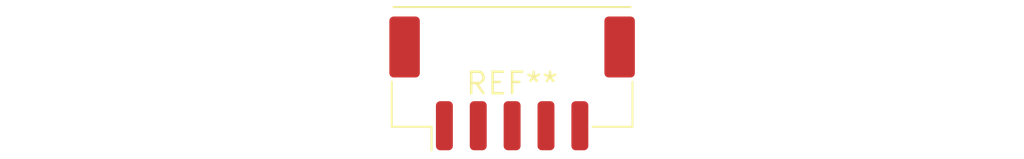
<source format=kicad_pcb>
(kicad_pcb (version 20240108) (generator pcbnew)
  (layers (0 "F.Cu" signal) (31 "B.Cu" signal) (34 "B.Paste" user) (35 "F.Paste" user) (36 "B.SilkS" user "B.Silkscreen") (37 "F.SilkS" user "F.Silkscreen") (38 "B.Mask" user) (39 "F.Mask" user) (44 "Edge.Cuts" user))
  (net 0 "")
  (footprint "Molex_CLIK-Mate_502443-0570_1x05-1MP_P2.00mm_Vertical" (layer "F.Cu") (at 0 0)
    (property "Reference" "REF**")
    (property "Value" "Molex_CLIK-Mate_502443-0570_1x05-1MP_P2.00mm_Vertical")
    (fp_line (start -7.11 -0.09) (end -7.11 2.56) (layer "F.SilkS") (stroke (width 0.12)))
    (fp_line (start -7.11 2.56) (end -4.76 2.56) (layer "F.SilkS") (stroke (width 0.12)))
    (fp_line (start -7 -4.51) (end 7 -4.51) (layer "F.SilkS") (stroke (width 0.12)))
    (fp_line (start -4.76 2.56) (end -4.76 3.95) (layer "F.SilkS") (stroke (width 0.12)))
    (fp_line (start 7.11 -0.09) (end 7.11 2.56) (layer "F.SilkS") (stroke (width 0.12)))
    (fp_line (start 7.11 2.56) (end 4.76 2.56) (layer "F.SilkS") (stroke (width 0.12)))
    (pad "1" smd roundrect (at -4 2.5) (size 1 2.9) (layers "F.Cu" "F.Paste" "F.Mask"))
    (pad "2" smd roundrect (at -2 2.5) (size 1 2.9) (layers "F.Cu" "F.Paste" "F.Mask"))
    (pad "3" smd roundrect (at 0 2.5) (size 1 2.9) (layers "F.Cu" "F.Paste" "F.Mask"))
    (pad "4" smd roundrect (at 2 2.5) (size 1 2.9) (layers "F.Cu" "F.Paste" "F.Mask"))
    (pad "5" smd roundrect (at 4 2.5) (size 1 2.9) (layers "F.Cu" "F.Paste" "F.Mask"))
    (pad "MP" smd roundrect (at -6.35 -2.15) (size 1.8 3.6) (layers "F.Cu" "F.Paste" "F.Mask") (roundrect_rratio 0.138889))
    (pad "MP" smd roundrect (at 6.35 -2.15) (size 1.8 3.6) (layers "F.Cu" "F.Paste" "F.Mask") (roundrect_rratio 0.138889))
  )
)
</source>
